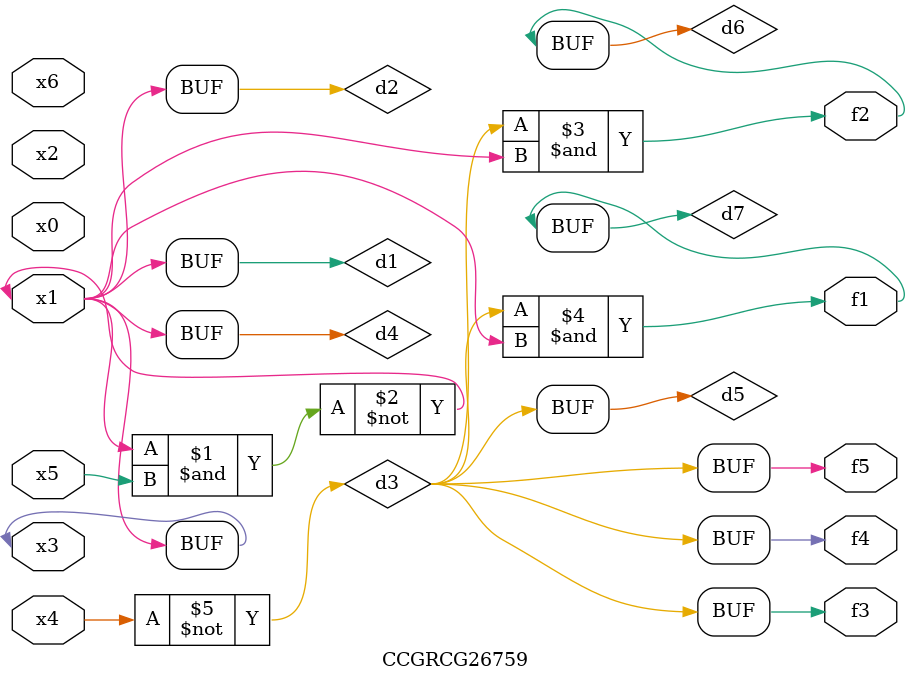
<source format=v>
module CCGRCG26759(
	input x0, x1, x2, x3, x4, x5, x6,
	output f1, f2, f3, f4, f5
);

	wire d1, d2, d3, d4, d5, d6, d7;

	buf (d1, x1, x3);
	nand (d2, x1, x5);
	not (d3, x4);
	buf (d4, d1, d2);
	buf (d5, d3);
	and (d6, d3, d4);
	and (d7, d3, d4);
	assign f1 = d7;
	assign f2 = d6;
	assign f3 = d5;
	assign f4 = d5;
	assign f5 = d5;
endmodule

</source>
